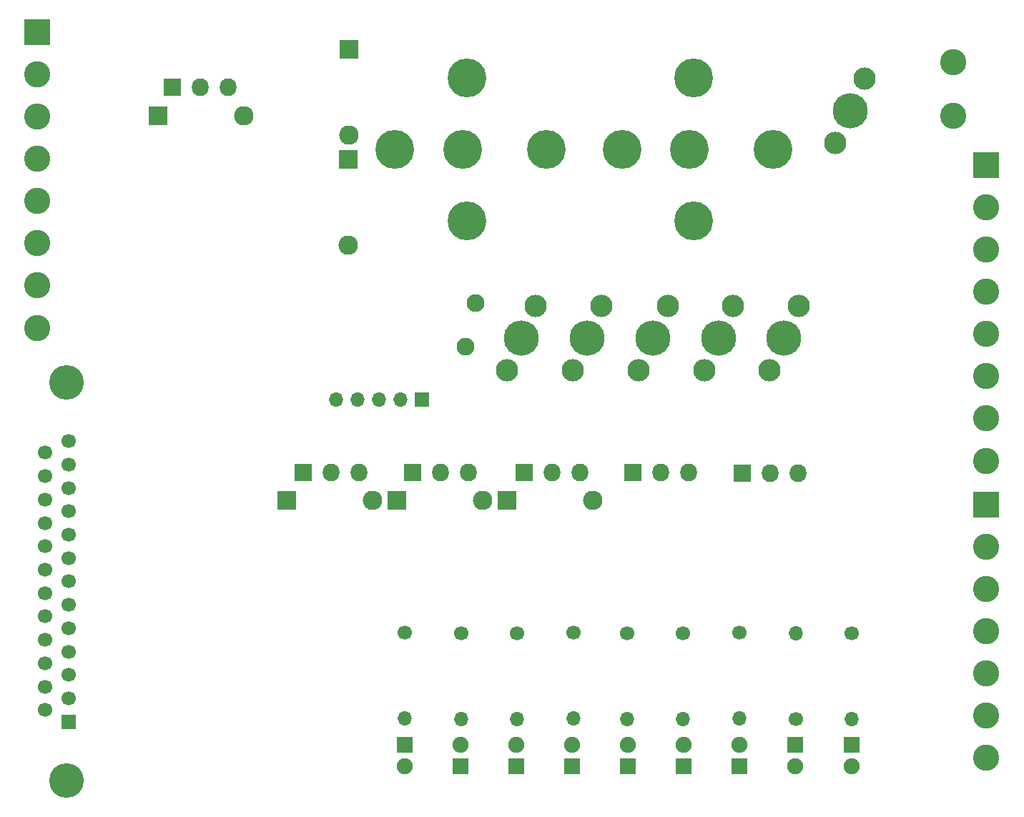
<source format=gbr>
%TF.GenerationSoftware,KiCad,Pcbnew,(5.1.6)-1*%
%TF.CreationDate,2022-12-12T11:34:03-08:00*%
%TF.ProjectId,Buggly SPD Aux,42756767-6c79-4205-9350-44204175782e,rev?*%
%TF.SameCoordinates,Original*%
%TF.FileFunction,Soldermask,Bot*%
%TF.FilePolarity,Negative*%
%FSLAX46Y46*%
G04 Gerber Fmt 4.6, Leading zero omitted, Abs format (unit mm)*
G04 Created by KiCad (PCBNEW (5.1.6)-1) date 2022-12-12 11:34:03*
%MOMM*%
%LPD*%
G01*
G04 APERTURE LIST*
%ADD10O,1.700000X1.700000*%
%ADD11C,1.700000*%
%ADD12C,4.600000*%
%ADD13R,2.005000X2.100000*%
%ADD14O,2.005000X2.100000*%
%ADD15C,3.100000*%
%ADD16R,3.100000X3.100000*%
%ADD17C,4.100000*%
%ADD18R,1.700000X1.700000*%
%ADD19C,4.164000*%
%ADD20C,2.640000*%
%ADD21C,2.110000*%
%ADD22C,1.900000*%
%ADD23R,1.900000X1.900000*%
%ADD24O,2.300000X2.300000*%
%ADD25R,2.300000X2.300000*%
G04 APERTURE END LIST*
D10*
%TO.C,R9*%
X202057000Y-113690400D03*
D11*
X202057000Y-103530400D03*
%TD*%
D12*
%TO.C,K1*%
X192760600Y-46253400D03*
X182860600Y-46253400D03*
X174860600Y-46253400D03*
X183360600Y-54703400D03*
X183360600Y-37803400D03*
%TD*%
%TO.C,K2*%
X165862000Y-46253400D03*
X155962000Y-46253400D03*
X147962000Y-46253400D03*
X156462000Y-54703400D03*
X156462000Y-37803400D03*
%TD*%
D13*
%TO.C,Q5*%
X189077600Y-84632800D03*
D14*
X192379600Y-84632800D03*
X195681600Y-84632800D03*
%TD*%
D15*
%TO.C,J9*%
X217982800Y-93294200D03*
X217982800Y-98294200D03*
X217982800Y-103294200D03*
X217982800Y-108294200D03*
X217982800Y-113294200D03*
D16*
X217982800Y-88294200D03*
D15*
X217982800Y-118294200D03*
%TD*%
D16*
%TO.C,J10*%
X105638600Y-32378600D03*
D15*
X105638600Y-67378600D03*
X105638600Y-62378600D03*
X105638600Y-37378600D03*
X105638600Y-42378600D03*
X105638600Y-47378600D03*
X105638600Y-52378600D03*
X105638600Y-57378600D03*
%TD*%
D16*
%TO.C,J8*%
X217957400Y-48126600D03*
D15*
X217957400Y-83126600D03*
X217957400Y-78126600D03*
X217957400Y-53126600D03*
X217957400Y-58126600D03*
X217957400Y-63126600D03*
X217957400Y-68126600D03*
X217957400Y-73126600D03*
%TD*%
%TO.C,J7*%
X214096600Y-42291000D03*
X214096600Y-35941000D03*
%TD*%
D17*
%TO.C,J1*%
X109047000Y-120976000D03*
X109047000Y-73876000D03*
D11*
X106507000Y-82191000D03*
X106507000Y-84961000D03*
X106507000Y-87731000D03*
X106507000Y-90501000D03*
X106507000Y-93271000D03*
X106507000Y-96041000D03*
X106507000Y-98811000D03*
X106507000Y-101581000D03*
X106507000Y-104351000D03*
X106507000Y-107121000D03*
X106507000Y-109891000D03*
X106507000Y-112661000D03*
X109347000Y-80806000D03*
X109347000Y-83576000D03*
X109347000Y-86346000D03*
X109347000Y-89116000D03*
X109347000Y-91886000D03*
X109347000Y-94656000D03*
X109347000Y-97426000D03*
X109347000Y-100196000D03*
X109347000Y-102966000D03*
X109347000Y-105736000D03*
X109347000Y-108506000D03*
X109347000Y-111276000D03*
D18*
X109347000Y-114046000D03*
%TD*%
D10*
%TO.C,RN1*%
X140995400Y-75844400D03*
X143535400Y-75844400D03*
X146075400Y-75844400D03*
X148615400Y-75844400D03*
D18*
X151155400Y-75844400D03*
%TD*%
D10*
%TO.C,R8*%
X149148800Y-113639600D03*
D11*
X149148800Y-103479600D03*
%TD*%
D10*
%TO.C,R7*%
X182092600Y-113715800D03*
D11*
X182092600Y-103555800D03*
%TD*%
D10*
%TO.C,R6*%
X188747400Y-113665000D03*
D11*
X188747400Y-103505000D03*
%TD*%
D10*
%TO.C,R5*%
X155803600Y-113690400D03*
D11*
X155803600Y-103530400D03*
%TD*%
D10*
%TO.C,R4*%
X162382200Y-113715800D03*
D11*
X162382200Y-103555800D03*
%TD*%
D10*
%TO.C,R3*%
X169087800Y-113665000D03*
D11*
X169087800Y-103505000D03*
%TD*%
D10*
%TO.C,R2*%
X175488600Y-113715800D03*
D11*
X175488600Y-103555800D03*
%TD*%
D10*
%TO.C,R1*%
X195402200Y-103555800D03*
D11*
X195402200Y-113715800D03*
%TD*%
D13*
%TO.C,Q6*%
X176149000Y-84531200D03*
D14*
X179451000Y-84531200D03*
X182753000Y-84531200D03*
%TD*%
D13*
%TO.C,Q4*%
X121640600Y-38887400D03*
D14*
X124942600Y-38887400D03*
X128244600Y-38887400D03*
%TD*%
D13*
%TO.C,Q3*%
X137109200Y-84480400D03*
D14*
X140411200Y-84480400D03*
X143713200Y-84480400D03*
%TD*%
D13*
%TO.C,Q2*%
X150063200Y-84480400D03*
D14*
X153365200Y-84480400D03*
X156667200Y-84480400D03*
%TD*%
D13*
%TO.C,Q1*%
X163245800Y-84480400D03*
D14*
X166547800Y-84480400D03*
X169849800Y-84480400D03*
%TD*%
D19*
%TO.C,F7*%
X194030600Y-68580000D03*
D20*
X192303400Y-72390000D03*
X195757800Y-64770000D03*
%TD*%
D19*
%TO.C,F6*%
X186283600Y-68580000D03*
D20*
X184556400Y-72390000D03*
X188010800Y-64770000D03*
%TD*%
D19*
%TO.C,F5*%
X178511200Y-68580000D03*
D20*
X176784000Y-72390000D03*
X180238400Y-64770000D03*
%TD*%
D19*
%TO.C,F4*%
X170713400Y-68605400D03*
D20*
X168986200Y-72415400D03*
X172440600Y-64795400D03*
%TD*%
D19*
%TO.C,F3*%
X162915600Y-68605400D03*
D20*
X161188400Y-72415400D03*
X164642800Y-64795400D03*
%TD*%
D21*
%TO.C,F2*%
X157511600Y-64496000D03*
X156311600Y-69596000D03*
%TD*%
D19*
%TO.C,F1*%
X201828400Y-41656000D03*
D20*
X203555600Y-37846000D03*
X200101200Y-45466000D03*
%TD*%
D22*
%TO.C,D17*%
X202006200Y-119278400D03*
D23*
X202006200Y-116738400D03*
%TD*%
D24*
%TO.C,D16*%
X142468600Y-57607200D03*
D25*
X142468600Y-47447200D03*
%TD*%
D24*
%TO.C,D15*%
X142519400Y-44577000D03*
D25*
X142519400Y-34417000D03*
%TD*%
D22*
%TO.C,D14*%
X149148800Y-119329200D03*
D23*
X149148800Y-116789200D03*
%TD*%
D22*
%TO.C,D13*%
X182118000Y-116789200D03*
D23*
X182118000Y-119329200D03*
%TD*%
D22*
%TO.C,D12*%
X188747400Y-116763800D03*
D23*
X188747400Y-119303800D03*
%TD*%
D22*
%TO.C,D10*%
X155727400Y-116763800D03*
D23*
X155727400Y-119303800D03*
%TD*%
D22*
%TO.C,D9*%
X162331400Y-116789200D03*
D23*
X162331400Y-119329200D03*
%TD*%
D22*
%TO.C,D8*%
X168935400Y-116814600D03*
D23*
X168935400Y-119354600D03*
%TD*%
D22*
%TO.C,D7*%
X175539400Y-116789200D03*
D23*
X175539400Y-119329200D03*
%TD*%
D24*
%TO.C,D5*%
X130048000Y-42240200D03*
D25*
X119888000Y-42240200D03*
%TD*%
D24*
%TO.C,D4*%
X145313400Y-87833200D03*
D25*
X135153400Y-87833200D03*
%TD*%
D24*
%TO.C,D3*%
X158343600Y-87833200D03*
D25*
X148183600Y-87833200D03*
%TD*%
D24*
%TO.C,D2*%
X171399200Y-87833200D03*
D25*
X161239200Y-87833200D03*
%TD*%
D22*
%TO.C,D1*%
X195376800Y-119278400D03*
D23*
X195376800Y-116738400D03*
%TD*%
M02*

</source>
